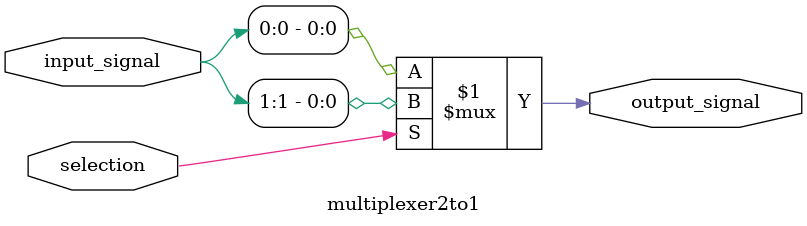
<source format=v>
`ifndef MULTIPLEXER2TO1_V_INCLUDED
	`define MULTIPLEXER2TO1_V_INCLUDED
	`timescale 1ns / 100ps

	module multiplexer2to1(output_signal, input_signal, selection);
		output output_signal;
		input [1:0]input_signal;
		input selection;
		
		/* TODO: 缺少 output 跟 wire 關聯的知識 */
		wire output_signal;
		
		assign output_signal = (selection) ? input_signal[1] : input_signal[0];
	endmodule
`endif
</source>
